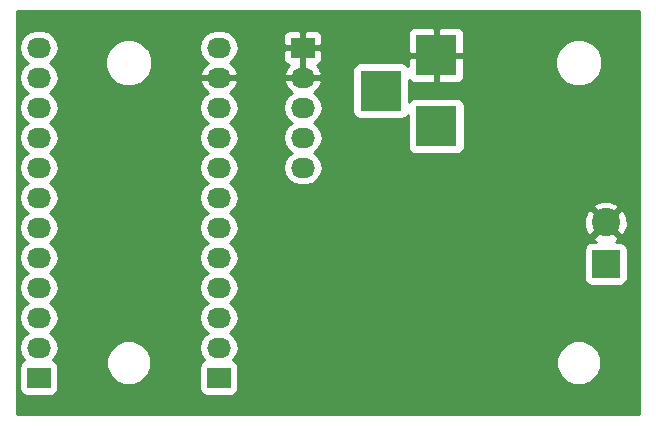
<source format=gbl>
G04 #@! TF.FileFunction,Copper,L2,Bot,Signal*
%FSLAX46Y46*%
G04 Gerber Fmt 4.6, Leading zero omitted, Abs format (unit mm)*
G04 Created by KiCad (PCBNEW 4.0.2-stable) date Wednesday, July 27, 2016 'PMt' 01:40:30 PM*
%MOMM*%
G01*
G04 APERTURE LIST*
%ADD10C,0.100000*%
%ADD11R,3.500120X3.500120*%
%ADD12R,2.032000X1.727200*%
%ADD13O,2.032000X1.727200*%
%ADD14C,2.400000*%
%ADD15R,2.400000X2.400000*%
%ADD16C,0.685800*%
%ADD17C,0.254000*%
G04 APERTURE END LIST*
D10*
D11*
X140335000Y-99344480D03*
X140335000Y-93345000D03*
X135636000Y-96344740D03*
D12*
X121920000Y-120650000D03*
D13*
X121920000Y-118110000D03*
X121920000Y-115570000D03*
X121920000Y-113030000D03*
X121920000Y-110490000D03*
X121920000Y-107950000D03*
X121920000Y-105410000D03*
X121920000Y-102870000D03*
X121920000Y-100330000D03*
X121920000Y-97790000D03*
X121920000Y-95250000D03*
X121920000Y-92710000D03*
D12*
X129032000Y-92710000D03*
D13*
X129032000Y-95250000D03*
X129032000Y-97790000D03*
X129032000Y-100330000D03*
X129032000Y-102870000D03*
D14*
X154686000Y-107498000D03*
D15*
X154686000Y-110998000D03*
D12*
X106680000Y-120650000D03*
D13*
X106680000Y-118110000D03*
X106680000Y-115570000D03*
X106680000Y-113030000D03*
X106680000Y-110490000D03*
X106680000Y-107950000D03*
X106680000Y-105410000D03*
X106680000Y-102870000D03*
X106680000Y-100330000D03*
X106680000Y-97790000D03*
X106680000Y-95250000D03*
X106680000Y-92710000D03*
D16*
X127762000Y-111760000D03*
X129794000Y-118364000D03*
X131318000Y-116840000D03*
X154178000Y-100584000D03*
X155194000Y-99568000D03*
X154178000Y-98552000D03*
X154178000Y-99568000D03*
X154178000Y-103124000D03*
X141732000Y-111760000D03*
X140716000Y-112776000D03*
X140716000Y-110744000D03*
X140716000Y-111760000D03*
X140716000Y-107950000D03*
D17*
G36*
X157532000Y-123750000D02*
X104850000Y-123750000D01*
X104850000Y-92710000D01*
X104996655Y-92710000D01*
X105110729Y-93283489D01*
X105435585Y-93769670D01*
X105750366Y-93980000D01*
X105435585Y-94190330D01*
X105110729Y-94676511D01*
X104996655Y-95250000D01*
X105110729Y-95823489D01*
X105435585Y-96309670D01*
X105750366Y-96520000D01*
X105435585Y-96730330D01*
X105110729Y-97216511D01*
X104996655Y-97790000D01*
X105110729Y-98363489D01*
X105435585Y-98849670D01*
X105750366Y-99060000D01*
X105435585Y-99270330D01*
X105110729Y-99756511D01*
X104996655Y-100330000D01*
X105110729Y-100903489D01*
X105435585Y-101389670D01*
X105750366Y-101600000D01*
X105435585Y-101810330D01*
X105110729Y-102296511D01*
X104996655Y-102870000D01*
X105110729Y-103443489D01*
X105435585Y-103929670D01*
X105750366Y-104140000D01*
X105435585Y-104350330D01*
X105110729Y-104836511D01*
X104996655Y-105410000D01*
X105110729Y-105983489D01*
X105435585Y-106469670D01*
X105750366Y-106680000D01*
X105435585Y-106890330D01*
X105110729Y-107376511D01*
X104996655Y-107950000D01*
X105110729Y-108523489D01*
X105435585Y-109009670D01*
X105750366Y-109220000D01*
X105435585Y-109430330D01*
X105110729Y-109916511D01*
X104996655Y-110490000D01*
X105110729Y-111063489D01*
X105435585Y-111549670D01*
X105750366Y-111760000D01*
X105435585Y-111970330D01*
X105110729Y-112456511D01*
X104996655Y-113030000D01*
X105110729Y-113603489D01*
X105435585Y-114089670D01*
X105750366Y-114300000D01*
X105435585Y-114510330D01*
X105110729Y-114996511D01*
X104996655Y-115570000D01*
X105110729Y-116143489D01*
X105435585Y-116629670D01*
X105750366Y-116840000D01*
X105435585Y-117050330D01*
X105110729Y-117536511D01*
X104996655Y-118110000D01*
X105110729Y-118683489D01*
X105435585Y-119169670D01*
X105449913Y-119179243D01*
X105428683Y-119183238D01*
X105212559Y-119322310D01*
X105067569Y-119534510D01*
X105016560Y-119786400D01*
X105016560Y-121513600D01*
X105060838Y-121748917D01*
X105199910Y-121965041D01*
X105412110Y-122110031D01*
X105664000Y-122161040D01*
X107696000Y-122161040D01*
X107931317Y-122116762D01*
X108147441Y-121977690D01*
X108292431Y-121765490D01*
X108343440Y-121513600D01*
X108343440Y-119786400D01*
X108337213Y-119753305D01*
X112414674Y-119753305D01*
X112701043Y-120446372D01*
X113230839Y-120977093D01*
X113923405Y-121264672D01*
X114673305Y-121265326D01*
X115366372Y-120978957D01*
X115897093Y-120449161D01*
X116184672Y-119756595D01*
X116185326Y-119006695D01*
X115898957Y-118313628D01*
X115369161Y-117782907D01*
X114676595Y-117495328D01*
X113926695Y-117494674D01*
X113233628Y-117781043D01*
X112702907Y-118310839D01*
X112415328Y-119003405D01*
X112414674Y-119753305D01*
X108337213Y-119753305D01*
X108299162Y-119551083D01*
X108160090Y-119334959D01*
X107947890Y-119189969D01*
X107906561Y-119181600D01*
X107924415Y-119169670D01*
X108249271Y-118683489D01*
X108363345Y-118110000D01*
X108249271Y-117536511D01*
X107924415Y-117050330D01*
X107609634Y-116840000D01*
X107924415Y-116629670D01*
X108249271Y-116143489D01*
X108363345Y-115570000D01*
X108249271Y-114996511D01*
X107924415Y-114510330D01*
X107609634Y-114300000D01*
X107924415Y-114089670D01*
X108249271Y-113603489D01*
X108363345Y-113030000D01*
X108249271Y-112456511D01*
X107924415Y-111970330D01*
X107609634Y-111760000D01*
X107924415Y-111549670D01*
X108249271Y-111063489D01*
X108363345Y-110490000D01*
X108249271Y-109916511D01*
X107924415Y-109430330D01*
X107609634Y-109220000D01*
X107924415Y-109009670D01*
X108249271Y-108523489D01*
X108363345Y-107950000D01*
X108249271Y-107376511D01*
X107924415Y-106890330D01*
X107609634Y-106680000D01*
X107924415Y-106469670D01*
X108249271Y-105983489D01*
X108363345Y-105410000D01*
X108249271Y-104836511D01*
X107924415Y-104350330D01*
X107609634Y-104140000D01*
X107924415Y-103929670D01*
X108249271Y-103443489D01*
X108363345Y-102870000D01*
X108249271Y-102296511D01*
X107924415Y-101810330D01*
X107609634Y-101600000D01*
X107924415Y-101389670D01*
X108249271Y-100903489D01*
X108363345Y-100330000D01*
X108249271Y-99756511D01*
X107924415Y-99270330D01*
X107609634Y-99060000D01*
X107924415Y-98849670D01*
X108249271Y-98363489D01*
X108363345Y-97790000D01*
X120236655Y-97790000D01*
X120350729Y-98363489D01*
X120675585Y-98849670D01*
X120990366Y-99060000D01*
X120675585Y-99270330D01*
X120350729Y-99756511D01*
X120236655Y-100330000D01*
X120350729Y-100903489D01*
X120675585Y-101389670D01*
X120990366Y-101600000D01*
X120675585Y-101810330D01*
X120350729Y-102296511D01*
X120236655Y-102870000D01*
X120350729Y-103443489D01*
X120675585Y-103929670D01*
X120990366Y-104140000D01*
X120675585Y-104350330D01*
X120350729Y-104836511D01*
X120236655Y-105410000D01*
X120350729Y-105983489D01*
X120675585Y-106469670D01*
X120990366Y-106680000D01*
X120675585Y-106890330D01*
X120350729Y-107376511D01*
X120236655Y-107950000D01*
X120350729Y-108523489D01*
X120675585Y-109009670D01*
X120990366Y-109220000D01*
X120675585Y-109430330D01*
X120350729Y-109916511D01*
X120236655Y-110490000D01*
X120350729Y-111063489D01*
X120675585Y-111549670D01*
X120990366Y-111760000D01*
X120675585Y-111970330D01*
X120350729Y-112456511D01*
X120236655Y-113030000D01*
X120350729Y-113603489D01*
X120675585Y-114089670D01*
X120990366Y-114300000D01*
X120675585Y-114510330D01*
X120350729Y-114996511D01*
X120236655Y-115570000D01*
X120350729Y-116143489D01*
X120675585Y-116629670D01*
X120990366Y-116840000D01*
X120675585Y-117050330D01*
X120350729Y-117536511D01*
X120236655Y-118110000D01*
X120350729Y-118683489D01*
X120675585Y-119169670D01*
X120689913Y-119179243D01*
X120668683Y-119183238D01*
X120452559Y-119322310D01*
X120307569Y-119534510D01*
X120256560Y-119786400D01*
X120256560Y-121513600D01*
X120300838Y-121748917D01*
X120439910Y-121965041D01*
X120652110Y-122110031D01*
X120904000Y-122161040D01*
X122936000Y-122161040D01*
X123171317Y-122116762D01*
X123387441Y-121977690D01*
X123532431Y-121765490D01*
X123583440Y-121513600D01*
X123583440Y-119786400D01*
X123577213Y-119753305D01*
X150514674Y-119753305D01*
X150801043Y-120446372D01*
X151330839Y-120977093D01*
X152023405Y-121264672D01*
X152773305Y-121265326D01*
X153466372Y-120978957D01*
X153997093Y-120449161D01*
X154284672Y-119756595D01*
X154285326Y-119006695D01*
X153998957Y-118313628D01*
X153469161Y-117782907D01*
X152776595Y-117495328D01*
X152026695Y-117494674D01*
X151333628Y-117781043D01*
X150802907Y-118310839D01*
X150515328Y-119003405D01*
X150514674Y-119753305D01*
X123577213Y-119753305D01*
X123539162Y-119551083D01*
X123400090Y-119334959D01*
X123187890Y-119189969D01*
X123146561Y-119181600D01*
X123164415Y-119169670D01*
X123489271Y-118683489D01*
X123603345Y-118110000D01*
X123489271Y-117536511D01*
X123164415Y-117050330D01*
X122849634Y-116840000D01*
X123164415Y-116629670D01*
X123489271Y-116143489D01*
X123603345Y-115570000D01*
X123489271Y-114996511D01*
X123164415Y-114510330D01*
X122849634Y-114300000D01*
X123164415Y-114089670D01*
X123489271Y-113603489D01*
X123603345Y-113030000D01*
X123489271Y-112456511D01*
X123164415Y-111970330D01*
X122849634Y-111760000D01*
X123164415Y-111549670D01*
X123489271Y-111063489D01*
X123603345Y-110490000D01*
X123489271Y-109916511D01*
X123410085Y-109798000D01*
X152838560Y-109798000D01*
X152838560Y-112198000D01*
X152882838Y-112433317D01*
X153021910Y-112649441D01*
X153234110Y-112794431D01*
X153486000Y-112845440D01*
X155886000Y-112845440D01*
X156121317Y-112801162D01*
X156337441Y-112662090D01*
X156482431Y-112449890D01*
X156533440Y-112198000D01*
X156533440Y-109798000D01*
X156489162Y-109562683D01*
X156350090Y-109346559D01*
X156137890Y-109201569D01*
X155886000Y-109150560D01*
X155516819Y-109150560D01*
X155680435Y-109082788D01*
X155803570Y-108795175D01*
X154686000Y-107677605D01*
X153568430Y-108795175D01*
X153691565Y-109082788D01*
X153869436Y-109150560D01*
X153486000Y-109150560D01*
X153250683Y-109194838D01*
X153034559Y-109333910D01*
X152889569Y-109546110D01*
X152838560Y-109798000D01*
X123410085Y-109798000D01*
X123164415Y-109430330D01*
X122849634Y-109220000D01*
X123164415Y-109009670D01*
X123489271Y-108523489D01*
X123603345Y-107950000D01*
X123489271Y-107376511D01*
X123361798Y-107185734D01*
X152841293Y-107185734D01*
X152862214Y-107915443D01*
X153101212Y-108492435D01*
X153388825Y-108615570D01*
X154506395Y-107498000D01*
X154865605Y-107498000D01*
X155983175Y-108615570D01*
X156270788Y-108492435D01*
X156530707Y-107810266D01*
X156509786Y-107080557D01*
X156270788Y-106503565D01*
X155983175Y-106380430D01*
X154865605Y-107498000D01*
X154506395Y-107498000D01*
X153388825Y-106380430D01*
X153101212Y-106503565D01*
X152841293Y-107185734D01*
X123361798Y-107185734D01*
X123164415Y-106890330D01*
X122849634Y-106680000D01*
X123164415Y-106469670D01*
X123344051Y-106200825D01*
X153568430Y-106200825D01*
X154686000Y-107318395D01*
X155803570Y-106200825D01*
X155680435Y-105913212D01*
X154998266Y-105653293D01*
X154268557Y-105674214D01*
X153691565Y-105913212D01*
X153568430Y-106200825D01*
X123344051Y-106200825D01*
X123489271Y-105983489D01*
X123603345Y-105410000D01*
X123489271Y-104836511D01*
X123164415Y-104350330D01*
X122849634Y-104140000D01*
X123164415Y-103929670D01*
X123489271Y-103443489D01*
X123603345Y-102870000D01*
X123489271Y-102296511D01*
X123164415Y-101810330D01*
X122849634Y-101600000D01*
X123164415Y-101389670D01*
X123489271Y-100903489D01*
X123603345Y-100330000D01*
X123489271Y-99756511D01*
X123164415Y-99270330D01*
X122849634Y-99060000D01*
X123164415Y-98849670D01*
X123489271Y-98363489D01*
X123603345Y-97790000D01*
X127348655Y-97790000D01*
X127462729Y-98363489D01*
X127787585Y-98849670D01*
X128102366Y-99060000D01*
X127787585Y-99270330D01*
X127462729Y-99756511D01*
X127348655Y-100330000D01*
X127462729Y-100903489D01*
X127787585Y-101389670D01*
X128102366Y-101600000D01*
X127787585Y-101810330D01*
X127462729Y-102296511D01*
X127348655Y-102870000D01*
X127462729Y-103443489D01*
X127787585Y-103929670D01*
X128273766Y-104254526D01*
X128847255Y-104368600D01*
X129216745Y-104368600D01*
X129790234Y-104254526D01*
X130276415Y-103929670D01*
X130601271Y-103443489D01*
X130715345Y-102870000D01*
X130601271Y-102296511D01*
X130276415Y-101810330D01*
X129961634Y-101600000D01*
X130276415Y-101389670D01*
X130601271Y-100903489D01*
X130715345Y-100330000D01*
X130601271Y-99756511D01*
X130276415Y-99270330D01*
X129961634Y-99060000D01*
X130276415Y-98849670D01*
X130601271Y-98363489D01*
X130715345Y-97790000D01*
X130601271Y-97216511D01*
X130276415Y-96730330D01*
X129966931Y-96523539D01*
X130382732Y-96152036D01*
X130636709Y-95624791D01*
X130639358Y-95609026D01*
X130518217Y-95377000D01*
X129159000Y-95377000D01*
X129159000Y-95397000D01*
X128905000Y-95397000D01*
X128905000Y-95377000D01*
X127545783Y-95377000D01*
X127424642Y-95609026D01*
X127427291Y-95624791D01*
X127681268Y-96152036D01*
X128097069Y-96523539D01*
X127787585Y-96730330D01*
X127462729Y-97216511D01*
X127348655Y-97790000D01*
X123603345Y-97790000D01*
X123489271Y-97216511D01*
X123164415Y-96730330D01*
X122854931Y-96523539D01*
X123270732Y-96152036D01*
X123524709Y-95624791D01*
X123527358Y-95609026D01*
X123406217Y-95377000D01*
X122047000Y-95377000D01*
X122047000Y-95397000D01*
X121793000Y-95397000D01*
X121793000Y-95377000D01*
X120433783Y-95377000D01*
X120312642Y-95609026D01*
X120315291Y-95624791D01*
X120569268Y-96152036D01*
X120985069Y-96523539D01*
X120675585Y-96730330D01*
X120350729Y-97216511D01*
X120236655Y-97790000D01*
X108363345Y-97790000D01*
X108249271Y-97216511D01*
X107924415Y-96730330D01*
X107609634Y-96520000D01*
X107924415Y-96309670D01*
X108249271Y-95823489D01*
X108363345Y-95250000D01*
X108249271Y-94676511D01*
X108046545Y-94373109D01*
X112314657Y-94373109D01*
X112616218Y-95102943D01*
X113174120Y-95661819D01*
X113903427Y-95964654D01*
X114693109Y-95965343D01*
X115422943Y-95663782D01*
X115981819Y-95105880D01*
X116284654Y-94376573D01*
X116285343Y-93586891D01*
X115983782Y-92857057D01*
X115836982Y-92710000D01*
X120236655Y-92710000D01*
X120350729Y-93283489D01*
X120675585Y-93769670D01*
X120985069Y-93976461D01*
X120569268Y-94347964D01*
X120315291Y-94875209D01*
X120312642Y-94890974D01*
X120433783Y-95123000D01*
X121793000Y-95123000D01*
X121793000Y-95103000D01*
X122047000Y-95103000D01*
X122047000Y-95123000D01*
X123406217Y-95123000D01*
X123527358Y-94890974D01*
X123524709Y-94875209D01*
X123270732Y-94347964D01*
X122854931Y-93976461D01*
X123164415Y-93769670D01*
X123489271Y-93283489D01*
X123546505Y-92995750D01*
X127381000Y-92995750D01*
X127381000Y-93699909D01*
X127477673Y-93933298D01*
X127656301Y-94111927D01*
X127853861Y-94193759D01*
X127681268Y-94347964D01*
X127427291Y-94875209D01*
X127424642Y-94890974D01*
X127545783Y-95123000D01*
X128905000Y-95123000D01*
X128905000Y-92837000D01*
X129159000Y-92837000D01*
X129159000Y-95123000D01*
X130518217Y-95123000D01*
X130639358Y-94890974D01*
X130636709Y-94875209D01*
X130501577Y-94594680D01*
X133238500Y-94594680D01*
X133238500Y-98094800D01*
X133282778Y-98330117D01*
X133421850Y-98546241D01*
X133634050Y-98691231D01*
X133885940Y-98742240D01*
X137386060Y-98742240D01*
X137621377Y-98697962D01*
X137837501Y-98558890D01*
X137937500Y-98412537D01*
X137937500Y-101094540D01*
X137981778Y-101329857D01*
X138120850Y-101545981D01*
X138333050Y-101690971D01*
X138584940Y-101741980D01*
X142085060Y-101741980D01*
X142320377Y-101697702D01*
X142536501Y-101558630D01*
X142681491Y-101346430D01*
X142732500Y-101094540D01*
X142732500Y-97594420D01*
X142688222Y-97359103D01*
X142549150Y-97142979D01*
X142336950Y-96997989D01*
X142085060Y-96946980D01*
X138584940Y-96946980D01*
X138349623Y-96991258D01*
X138133499Y-97130330D01*
X138033500Y-97276683D01*
X138033500Y-95423100D01*
X138046613Y-95454758D01*
X138225241Y-95633387D01*
X138458630Y-95730060D01*
X140049250Y-95730060D01*
X140208000Y-95571310D01*
X140208000Y-93472000D01*
X140462000Y-93472000D01*
X140462000Y-95571310D01*
X140620750Y-95730060D01*
X142211370Y-95730060D01*
X142444759Y-95633387D01*
X142623387Y-95454758D01*
X142720060Y-95221369D01*
X142720060Y-94373109D01*
X150414657Y-94373109D01*
X150716218Y-95102943D01*
X151274120Y-95661819D01*
X152003427Y-95964654D01*
X152793109Y-95965343D01*
X153522943Y-95663782D01*
X154081819Y-95105880D01*
X154384654Y-94376573D01*
X154385343Y-93586891D01*
X154083782Y-92857057D01*
X153525880Y-92298181D01*
X152796573Y-91995346D01*
X152006891Y-91994657D01*
X151277057Y-92296218D01*
X150718181Y-92854120D01*
X150415346Y-93583427D01*
X150414657Y-94373109D01*
X142720060Y-94373109D01*
X142720060Y-93630750D01*
X142561310Y-93472000D01*
X140462000Y-93472000D01*
X140208000Y-93472000D01*
X138108690Y-93472000D01*
X137949940Y-93630750D01*
X137949940Y-94298317D01*
X137850150Y-94143239D01*
X137637950Y-93998249D01*
X137386060Y-93947240D01*
X133885940Y-93947240D01*
X133650623Y-93991518D01*
X133434499Y-94130590D01*
X133289509Y-94342790D01*
X133238500Y-94594680D01*
X130501577Y-94594680D01*
X130382732Y-94347964D01*
X130210139Y-94193759D01*
X130407699Y-94111927D01*
X130586327Y-93933298D01*
X130683000Y-93699909D01*
X130683000Y-92995750D01*
X130524250Y-92837000D01*
X129159000Y-92837000D01*
X128905000Y-92837000D01*
X127539750Y-92837000D01*
X127381000Y-92995750D01*
X123546505Y-92995750D01*
X123603345Y-92710000D01*
X123489271Y-92136511D01*
X123211028Y-91720091D01*
X127381000Y-91720091D01*
X127381000Y-92424250D01*
X127539750Y-92583000D01*
X128905000Y-92583000D01*
X128905000Y-91370150D01*
X129159000Y-91370150D01*
X129159000Y-92583000D01*
X130524250Y-92583000D01*
X130683000Y-92424250D01*
X130683000Y-91720091D01*
X130586327Y-91486702D01*
X130568257Y-91468631D01*
X137949940Y-91468631D01*
X137949940Y-93059250D01*
X138108690Y-93218000D01*
X140208000Y-93218000D01*
X140208000Y-91118690D01*
X140462000Y-91118690D01*
X140462000Y-93218000D01*
X142561310Y-93218000D01*
X142720060Y-93059250D01*
X142720060Y-91468631D01*
X142623387Y-91235242D01*
X142444759Y-91056613D01*
X142211370Y-90959940D01*
X140620750Y-90959940D01*
X140462000Y-91118690D01*
X140208000Y-91118690D01*
X140049250Y-90959940D01*
X138458630Y-90959940D01*
X138225241Y-91056613D01*
X138046613Y-91235242D01*
X137949940Y-91468631D01*
X130568257Y-91468631D01*
X130407699Y-91308073D01*
X130174310Y-91211400D01*
X129317750Y-91211400D01*
X129159000Y-91370150D01*
X128905000Y-91370150D01*
X128746250Y-91211400D01*
X127889690Y-91211400D01*
X127656301Y-91308073D01*
X127477673Y-91486702D01*
X127381000Y-91720091D01*
X123211028Y-91720091D01*
X123164415Y-91650330D01*
X122678234Y-91325474D01*
X122104745Y-91211400D01*
X121735255Y-91211400D01*
X121161766Y-91325474D01*
X120675585Y-91650330D01*
X120350729Y-92136511D01*
X120236655Y-92710000D01*
X115836982Y-92710000D01*
X115425880Y-92298181D01*
X114696573Y-91995346D01*
X113906891Y-91994657D01*
X113177057Y-92296218D01*
X112618181Y-92854120D01*
X112315346Y-93583427D01*
X112314657Y-94373109D01*
X108046545Y-94373109D01*
X107924415Y-94190330D01*
X107609634Y-93980000D01*
X107924415Y-93769670D01*
X108249271Y-93283489D01*
X108363345Y-92710000D01*
X108249271Y-92136511D01*
X107924415Y-91650330D01*
X107438234Y-91325474D01*
X106864745Y-91211400D01*
X106495255Y-91211400D01*
X105921766Y-91325474D01*
X105435585Y-91650330D01*
X105110729Y-92136511D01*
X104996655Y-92710000D01*
X104850000Y-92710000D01*
X104850000Y-89610000D01*
X157532000Y-89610000D01*
X157532000Y-123750000D01*
X157532000Y-123750000D01*
G37*
X157532000Y-123750000D02*
X104850000Y-123750000D01*
X104850000Y-92710000D01*
X104996655Y-92710000D01*
X105110729Y-93283489D01*
X105435585Y-93769670D01*
X105750366Y-93980000D01*
X105435585Y-94190330D01*
X105110729Y-94676511D01*
X104996655Y-95250000D01*
X105110729Y-95823489D01*
X105435585Y-96309670D01*
X105750366Y-96520000D01*
X105435585Y-96730330D01*
X105110729Y-97216511D01*
X104996655Y-97790000D01*
X105110729Y-98363489D01*
X105435585Y-98849670D01*
X105750366Y-99060000D01*
X105435585Y-99270330D01*
X105110729Y-99756511D01*
X104996655Y-100330000D01*
X105110729Y-100903489D01*
X105435585Y-101389670D01*
X105750366Y-101600000D01*
X105435585Y-101810330D01*
X105110729Y-102296511D01*
X104996655Y-102870000D01*
X105110729Y-103443489D01*
X105435585Y-103929670D01*
X105750366Y-104140000D01*
X105435585Y-104350330D01*
X105110729Y-104836511D01*
X104996655Y-105410000D01*
X105110729Y-105983489D01*
X105435585Y-106469670D01*
X105750366Y-106680000D01*
X105435585Y-106890330D01*
X105110729Y-107376511D01*
X104996655Y-107950000D01*
X105110729Y-108523489D01*
X105435585Y-109009670D01*
X105750366Y-109220000D01*
X105435585Y-109430330D01*
X105110729Y-109916511D01*
X104996655Y-110490000D01*
X105110729Y-111063489D01*
X105435585Y-111549670D01*
X105750366Y-111760000D01*
X105435585Y-111970330D01*
X105110729Y-112456511D01*
X104996655Y-113030000D01*
X105110729Y-113603489D01*
X105435585Y-114089670D01*
X105750366Y-114300000D01*
X105435585Y-114510330D01*
X105110729Y-114996511D01*
X104996655Y-115570000D01*
X105110729Y-116143489D01*
X105435585Y-116629670D01*
X105750366Y-116840000D01*
X105435585Y-117050330D01*
X105110729Y-117536511D01*
X104996655Y-118110000D01*
X105110729Y-118683489D01*
X105435585Y-119169670D01*
X105449913Y-119179243D01*
X105428683Y-119183238D01*
X105212559Y-119322310D01*
X105067569Y-119534510D01*
X105016560Y-119786400D01*
X105016560Y-121513600D01*
X105060838Y-121748917D01*
X105199910Y-121965041D01*
X105412110Y-122110031D01*
X105664000Y-122161040D01*
X107696000Y-122161040D01*
X107931317Y-122116762D01*
X108147441Y-121977690D01*
X108292431Y-121765490D01*
X108343440Y-121513600D01*
X108343440Y-119786400D01*
X108337213Y-119753305D01*
X112414674Y-119753305D01*
X112701043Y-120446372D01*
X113230839Y-120977093D01*
X113923405Y-121264672D01*
X114673305Y-121265326D01*
X115366372Y-120978957D01*
X115897093Y-120449161D01*
X116184672Y-119756595D01*
X116185326Y-119006695D01*
X115898957Y-118313628D01*
X115369161Y-117782907D01*
X114676595Y-117495328D01*
X113926695Y-117494674D01*
X113233628Y-117781043D01*
X112702907Y-118310839D01*
X112415328Y-119003405D01*
X112414674Y-119753305D01*
X108337213Y-119753305D01*
X108299162Y-119551083D01*
X108160090Y-119334959D01*
X107947890Y-119189969D01*
X107906561Y-119181600D01*
X107924415Y-119169670D01*
X108249271Y-118683489D01*
X108363345Y-118110000D01*
X108249271Y-117536511D01*
X107924415Y-117050330D01*
X107609634Y-116840000D01*
X107924415Y-116629670D01*
X108249271Y-116143489D01*
X108363345Y-115570000D01*
X108249271Y-114996511D01*
X107924415Y-114510330D01*
X107609634Y-114300000D01*
X107924415Y-114089670D01*
X108249271Y-113603489D01*
X108363345Y-113030000D01*
X108249271Y-112456511D01*
X107924415Y-111970330D01*
X107609634Y-111760000D01*
X107924415Y-111549670D01*
X108249271Y-111063489D01*
X108363345Y-110490000D01*
X108249271Y-109916511D01*
X107924415Y-109430330D01*
X107609634Y-109220000D01*
X107924415Y-109009670D01*
X108249271Y-108523489D01*
X108363345Y-107950000D01*
X108249271Y-107376511D01*
X107924415Y-106890330D01*
X107609634Y-106680000D01*
X107924415Y-106469670D01*
X108249271Y-105983489D01*
X108363345Y-105410000D01*
X108249271Y-104836511D01*
X107924415Y-104350330D01*
X107609634Y-104140000D01*
X107924415Y-103929670D01*
X108249271Y-103443489D01*
X108363345Y-102870000D01*
X108249271Y-102296511D01*
X107924415Y-101810330D01*
X107609634Y-101600000D01*
X107924415Y-101389670D01*
X108249271Y-100903489D01*
X108363345Y-100330000D01*
X108249271Y-99756511D01*
X107924415Y-99270330D01*
X107609634Y-99060000D01*
X107924415Y-98849670D01*
X108249271Y-98363489D01*
X108363345Y-97790000D01*
X120236655Y-97790000D01*
X120350729Y-98363489D01*
X120675585Y-98849670D01*
X120990366Y-99060000D01*
X120675585Y-99270330D01*
X120350729Y-99756511D01*
X120236655Y-100330000D01*
X120350729Y-100903489D01*
X120675585Y-101389670D01*
X120990366Y-101600000D01*
X120675585Y-101810330D01*
X120350729Y-102296511D01*
X120236655Y-102870000D01*
X120350729Y-103443489D01*
X120675585Y-103929670D01*
X120990366Y-104140000D01*
X120675585Y-104350330D01*
X120350729Y-104836511D01*
X120236655Y-105410000D01*
X120350729Y-105983489D01*
X120675585Y-106469670D01*
X120990366Y-106680000D01*
X120675585Y-106890330D01*
X120350729Y-107376511D01*
X120236655Y-107950000D01*
X120350729Y-108523489D01*
X120675585Y-109009670D01*
X120990366Y-109220000D01*
X120675585Y-109430330D01*
X120350729Y-109916511D01*
X120236655Y-110490000D01*
X120350729Y-111063489D01*
X120675585Y-111549670D01*
X120990366Y-111760000D01*
X120675585Y-111970330D01*
X120350729Y-112456511D01*
X120236655Y-113030000D01*
X120350729Y-113603489D01*
X120675585Y-114089670D01*
X120990366Y-114300000D01*
X120675585Y-114510330D01*
X120350729Y-114996511D01*
X120236655Y-115570000D01*
X120350729Y-116143489D01*
X120675585Y-116629670D01*
X120990366Y-116840000D01*
X120675585Y-117050330D01*
X120350729Y-117536511D01*
X120236655Y-118110000D01*
X120350729Y-118683489D01*
X120675585Y-119169670D01*
X120689913Y-119179243D01*
X120668683Y-119183238D01*
X120452559Y-119322310D01*
X120307569Y-119534510D01*
X120256560Y-119786400D01*
X120256560Y-121513600D01*
X120300838Y-121748917D01*
X120439910Y-121965041D01*
X120652110Y-122110031D01*
X120904000Y-122161040D01*
X122936000Y-122161040D01*
X123171317Y-122116762D01*
X123387441Y-121977690D01*
X123532431Y-121765490D01*
X123583440Y-121513600D01*
X123583440Y-119786400D01*
X123577213Y-119753305D01*
X150514674Y-119753305D01*
X150801043Y-120446372D01*
X151330839Y-120977093D01*
X152023405Y-121264672D01*
X152773305Y-121265326D01*
X153466372Y-120978957D01*
X153997093Y-120449161D01*
X154284672Y-119756595D01*
X154285326Y-119006695D01*
X153998957Y-118313628D01*
X153469161Y-117782907D01*
X152776595Y-117495328D01*
X152026695Y-117494674D01*
X151333628Y-117781043D01*
X150802907Y-118310839D01*
X150515328Y-119003405D01*
X150514674Y-119753305D01*
X123577213Y-119753305D01*
X123539162Y-119551083D01*
X123400090Y-119334959D01*
X123187890Y-119189969D01*
X123146561Y-119181600D01*
X123164415Y-119169670D01*
X123489271Y-118683489D01*
X123603345Y-118110000D01*
X123489271Y-117536511D01*
X123164415Y-117050330D01*
X122849634Y-116840000D01*
X123164415Y-116629670D01*
X123489271Y-116143489D01*
X123603345Y-115570000D01*
X123489271Y-114996511D01*
X123164415Y-114510330D01*
X122849634Y-114300000D01*
X123164415Y-114089670D01*
X123489271Y-113603489D01*
X123603345Y-113030000D01*
X123489271Y-112456511D01*
X123164415Y-111970330D01*
X122849634Y-111760000D01*
X123164415Y-111549670D01*
X123489271Y-111063489D01*
X123603345Y-110490000D01*
X123489271Y-109916511D01*
X123410085Y-109798000D01*
X152838560Y-109798000D01*
X152838560Y-112198000D01*
X152882838Y-112433317D01*
X153021910Y-112649441D01*
X153234110Y-112794431D01*
X153486000Y-112845440D01*
X155886000Y-112845440D01*
X156121317Y-112801162D01*
X156337441Y-112662090D01*
X156482431Y-112449890D01*
X156533440Y-112198000D01*
X156533440Y-109798000D01*
X156489162Y-109562683D01*
X156350090Y-109346559D01*
X156137890Y-109201569D01*
X155886000Y-109150560D01*
X155516819Y-109150560D01*
X155680435Y-109082788D01*
X155803570Y-108795175D01*
X154686000Y-107677605D01*
X153568430Y-108795175D01*
X153691565Y-109082788D01*
X153869436Y-109150560D01*
X153486000Y-109150560D01*
X153250683Y-109194838D01*
X153034559Y-109333910D01*
X152889569Y-109546110D01*
X152838560Y-109798000D01*
X123410085Y-109798000D01*
X123164415Y-109430330D01*
X122849634Y-109220000D01*
X123164415Y-109009670D01*
X123489271Y-108523489D01*
X123603345Y-107950000D01*
X123489271Y-107376511D01*
X123361798Y-107185734D01*
X152841293Y-107185734D01*
X152862214Y-107915443D01*
X153101212Y-108492435D01*
X153388825Y-108615570D01*
X154506395Y-107498000D01*
X154865605Y-107498000D01*
X155983175Y-108615570D01*
X156270788Y-108492435D01*
X156530707Y-107810266D01*
X156509786Y-107080557D01*
X156270788Y-106503565D01*
X155983175Y-106380430D01*
X154865605Y-107498000D01*
X154506395Y-107498000D01*
X153388825Y-106380430D01*
X153101212Y-106503565D01*
X152841293Y-107185734D01*
X123361798Y-107185734D01*
X123164415Y-106890330D01*
X122849634Y-106680000D01*
X123164415Y-106469670D01*
X123344051Y-106200825D01*
X153568430Y-106200825D01*
X154686000Y-107318395D01*
X155803570Y-106200825D01*
X155680435Y-105913212D01*
X154998266Y-105653293D01*
X154268557Y-105674214D01*
X153691565Y-105913212D01*
X153568430Y-106200825D01*
X123344051Y-106200825D01*
X123489271Y-105983489D01*
X123603345Y-105410000D01*
X123489271Y-104836511D01*
X123164415Y-104350330D01*
X122849634Y-104140000D01*
X123164415Y-103929670D01*
X123489271Y-103443489D01*
X123603345Y-102870000D01*
X123489271Y-102296511D01*
X123164415Y-101810330D01*
X122849634Y-101600000D01*
X123164415Y-101389670D01*
X123489271Y-100903489D01*
X123603345Y-100330000D01*
X123489271Y-99756511D01*
X123164415Y-99270330D01*
X122849634Y-99060000D01*
X123164415Y-98849670D01*
X123489271Y-98363489D01*
X123603345Y-97790000D01*
X127348655Y-97790000D01*
X127462729Y-98363489D01*
X127787585Y-98849670D01*
X128102366Y-99060000D01*
X127787585Y-99270330D01*
X127462729Y-99756511D01*
X127348655Y-100330000D01*
X127462729Y-100903489D01*
X127787585Y-101389670D01*
X128102366Y-101600000D01*
X127787585Y-101810330D01*
X127462729Y-102296511D01*
X127348655Y-102870000D01*
X127462729Y-103443489D01*
X127787585Y-103929670D01*
X128273766Y-104254526D01*
X128847255Y-104368600D01*
X129216745Y-104368600D01*
X129790234Y-104254526D01*
X130276415Y-103929670D01*
X130601271Y-103443489D01*
X130715345Y-102870000D01*
X130601271Y-102296511D01*
X130276415Y-101810330D01*
X129961634Y-101600000D01*
X130276415Y-101389670D01*
X130601271Y-100903489D01*
X130715345Y-100330000D01*
X130601271Y-99756511D01*
X130276415Y-99270330D01*
X129961634Y-99060000D01*
X130276415Y-98849670D01*
X130601271Y-98363489D01*
X130715345Y-97790000D01*
X130601271Y-97216511D01*
X130276415Y-96730330D01*
X129966931Y-96523539D01*
X130382732Y-96152036D01*
X130636709Y-95624791D01*
X130639358Y-95609026D01*
X130518217Y-95377000D01*
X129159000Y-95377000D01*
X129159000Y-95397000D01*
X128905000Y-95397000D01*
X128905000Y-95377000D01*
X127545783Y-95377000D01*
X127424642Y-95609026D01*
X127427291Y-95624791D01*
X127681268Y-96152036D01*
X128097069Y-96523539D01*
X127787585Y-96730330D01*
X127462729Y-97216511D01*
X127348655Y-97790000D01*
X123603345Y-97790000D01*
X123489271Y-97216511D01*
X123164415Y-96730330D01*
X122854931Y-96523539D01*
X123270732Y-96152036D01*
X123524709Y-95624791D01*
X123527358Y-95609026D01*
X123406217Y-95377000D01*
X122047000Y-95377000D01*
X122047000Y-95397000D01*
X121793000Y-95397000D01*
X121793000Y-95377000D01*
X120433783Y-95377000D01*
X120312642Y-95609026D01*
X120315291Y-95624791D01*
X120569268Y-96152036D01*
X120985069Y-96523539D01*
X120675585Y-96730330D01*
X120350729Y-97216511D01*
X120236655Y-97790000D01*
X108363345Y-97790000D01*
X108249271Y-97216511D01*
X107924415Y-96730330D01*
X107609634Y-96520000D01*
X107924415Y-96309670D01*
X108249271Y-95823489D01*
X108363345Y-95250000D01*
X108249271Y-94676511D01*
X108046545Y-94373109D01*
X112314657Y-94373109D01*
X112616218Y-95102943D01*
X113174120Y-95661819D01*
X113903427Y-95964654D01*
X114693109Y-95965343D01*
X115422943Y-95663782D01*
X115981819Y-95105880D01*
X116284654Y-94376573D01*
X116285343Y-93586891D01*
X115983782Y-92857057D01*
X115836982Y-92710000D01*
X120236655Y-92710000D01*
X120350729Y-93283489D01*
X120675585Y-93769670D01*
X120985069Y-93976461D01*
X120569268Y-94347964D01*
X120315291Y-94875209D01*
X120312642Y-94890974D01*
X120433783Y-95123000D01*
X121793000Y-95123000D01*
X121793000Y-95103000D01*
X122047000Y-95103000D01*
X122047000Y-95123000D01*
X123406217Y-95123000D01*
X123527358Y-94890974D01*
X123524709Y-94875209D01*
X123270732Y-94347964D01*
X122854931Y-93976461D01*
X123164415Y-93769670D01*
X123489271Y-93283489D01*
X123546505Y-92995750D01*
X127381000Y-92995750D01*
X127381000Y-93699909D01*
X127477673Y-93933298D01*
X127656301Y-94111927D01*
X127853861Y-94193759D01*
X127681268Y-94347964D01*
X127427291Y-94875209D01*
X127424642Y-94890974D01*
X127545783Y-95123000D01*
X128905000Y-95123000D01*
X128905000Y-92837000D01*
X129159000Y-92837000D01*
X129159000Y-95123000D01*
X130518217Y-95123000D01*
X130639358Y-94890974D01*
X130636709Y-94875209D01*
X130501577Y-94594680D01*
X133238500Y-94594680D01*
X133238500Y-98094800D01*
X133282778Y-98330117D01*
X133421850Y-98546241D01*
X133634050Y-98691231D01*
X133885940Y-98742240D01*
X137386060Y-98742240D01*
X137621377Y-98697962D01*
X137837501Y-98558890D01*
X137937500Y-98412537D01*
X137937500Y-101094540D01*
X137981778Y-101329857D01*
X138120850Y-101545981D01*
X138333050Y-101690971D01*
X138584940Y-101741980D01*
X142085060Y-101741980D01*
X142320377Y-101697702D01*
X142536501Y-101558630D01*
X142681491Y-101346430D01*
X142732500Y-101094540D01*
X142732500Y-97594420D01*
X142688222Y-97359103D01*
X142549150Y-97142979D01*
X142336950Y-96997989D01*
X142085060Y-96946980D01*
X138584940Y-96946980D01*
X138349623Y-96991258D01*
X138133499Y-97130330D01*
X138033500Y-97276683D01*
X138033500Y-95423100D01*
X138046613Y-95454758D01*
X138225241Y-95633387D01*
X138458630Y-95730060D01*
X140049250Y-95730060D01*
X140208000Y-95571310D01*
X140208000Y-93472000D01*
X140462000Y-93472000D01*
X140462000Y-95571310D01*
X140620750Y-95730060D01*
X142211370Y-95730060D01*
X142444759Y-95633387D01*
X142623387Y-95454758D01*
X142720060Y-95221369D01*
X142720060Y-94373109D01*
X150414657Y-94373109D01*
X150716218Y-95102943D01*
X151274120Y-95661819D01*
X152003427Y-95964654D01*
X152793109Y-95965343D01*
X153522943Y-95663782D01*
X154081819Y-95105880D01*
X154384654Y-94376573D01*
X154385343Y-93586891D01*
X154083782Y-92857057D01*
X153525880Y-92298181D01*
X152796573Y-91995346D01*
X152006891Y-91994657D01*
X151277057Y-92296218D01*
X150718181Y-92854120D01*
X150415346Y-93583427D01*
X150414657Y-94373109D01*
X142720060Y-94373109D01*
X142720060Y-93630750D01*
X142561310Y-93472000D01*
X140462000Y-93472000D01*
X140208000Y-93472000D01*
X138108690Y-93472000D01*
X137949940Y-93630750D01*
X137949940Y-94298317D01*
X137850150Y-94143239D01*
X137637950Y-93998249D01*
X137386060Y-93947240D01*
X133885940Y-93947240D01*
X133650623Y-93991518D01*
X133434499Y-94130590D01*
X133289509Y-94342790D01*
X133238500Y-94594680D01*
X130501577Y-94594680D01*
X130382732Y-94347964D01*
X130210139Y-94193759D01*
X130407699Y-94111927D01*
X130586327Y-93933298D01*
X130683000Y-93699909D01*
X130683000Y-92995750D01*
X130524250Y-92837000D01*
X129159000Y-92837000D01*
X128905000Y-92837000D01*
X127539750Y-92837000D01*
X127381000Y-92995750D01*
X123546505Y-92995750D01*
X123603345Y-92710000D01*
X123489271Y-92136511D01*
X123211028Y-91720091D01*
X127381000Y-91720091D01*
X127381000Y-92424250D01*
X127539750Y-92583000D01*
X128905000Y-92583000D01*
X128905000Y-91370150D01*
X129159000Y-91370150D01*
X129159000Y-92583000D01*
X130524250Y-92583000D01*
X130683000Y-92424250D01*
X130683000Y-91720091D01*
X130586327Y-91486702D01*
X130568257Y-91468631D01*
X137949940Y-91468631D01*
X137949940Y-93059250D01*
X138108690Y-93218000D01*
X140208000Y-93218000D01*
X140208000Y-91118690D01*
X140462000Y-91118690D01*
X140462000Y-93218000D01*
X142561310Y-93218000D01*
X142720060Y-93059250D01*
X142720060Y-91468631D01*
X142623387Y-91235242D01*
X142444759Y-91056613D01*
X142211370Y-90959940D01*
X140620750Y-90959940D01*
X140462000Y-91118690D01*
X140208000Y-91118690D01*
X140049250Y-90959940D01*
X138458630Y-90959940D01*
X138225241Y-91056613D01*
X138046613Y-91235242D01*
X137949940Y-91468631D01*
X130568257Y-91468631D01*
X130407699Y-91308073D01*
X130174310Y-91211400D01*
X129317750Y-91211400D01*
X129159000Y-91370150D01*
X128905000Y-91370150D01*
X128746250Y-91211400D01*
X127889690Y-91211400D01*
X127656301Y-91308073D01*
X127477673Y-91486702D01*
X127381000Y-91720091D01*
X123211028Y-91720091D01*
X123164415Y-91650330D01*
X122678234Y-91325474D01*
X122104745Y-91211400D01*
X121735255Y-91211400D01*
X121161766Y-91325474D01*
X120675585Y-91650330D01*
X120350729Y-92136511D01*
X120236655Y-92710000D01*
X115836982Y-92710000D01*
X115425880Y-92298181D01*
X114696573Y-91995346D01*
X113906891Y-91994657D01*
X113177057Y-92296218D01*
X112618181Y-92854120D01*
X112315346Y-93583427D01*
X112314657Y-94373109D01*
X108046545Y-94373109D01*
X107924415Y-94190330D01*
X107609634Y-93980000D01*
X107924415Y-93769670D01*
X108249271Y-93283489D01*
X108363345Y-92710000D01*
X108249271Y-92136511D01*
X107924415Y-91650330D01*
X107438234Y-91325474D01*
X106864745Y-91211400D01*
X106495255Y-91211400D01*
X105921766Y-91325474D01*
X105435585Y-91650330D01*
X105110729Y-92136511D01*
X104996655Y-92710000D01*
X104850000Y-92710000D01*
X104850000Y-89610000D01*
X157532000Y-89610000D01*
X157532000Y-123750000D01*
M02*

</source>
